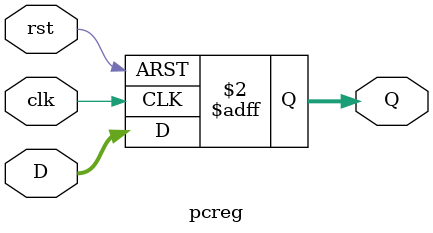
<source format=v>
/********************************************************************************************
 *	Project		:	RISC V Single Cycle Processor
 *
 *	Author		:	Chaitra	
 *
 *	File Name	:	pcreg.v
 *  
 *  Description	:	Program Counter register
 ********************************************************************************************/

 module pcreg #(parameter WIDTH = 8)(
    input                       clk, rst,
    input       [WIDTH-1 : 0]   D,
    output reg  [WIDTH-1 : 0]   Q
 );

    always @(posedge clk or posedge rst)
        begin
            if(rst)
                Q   <=  0;
            else
                Q   <=  D;
        end

endmodule
</source>
